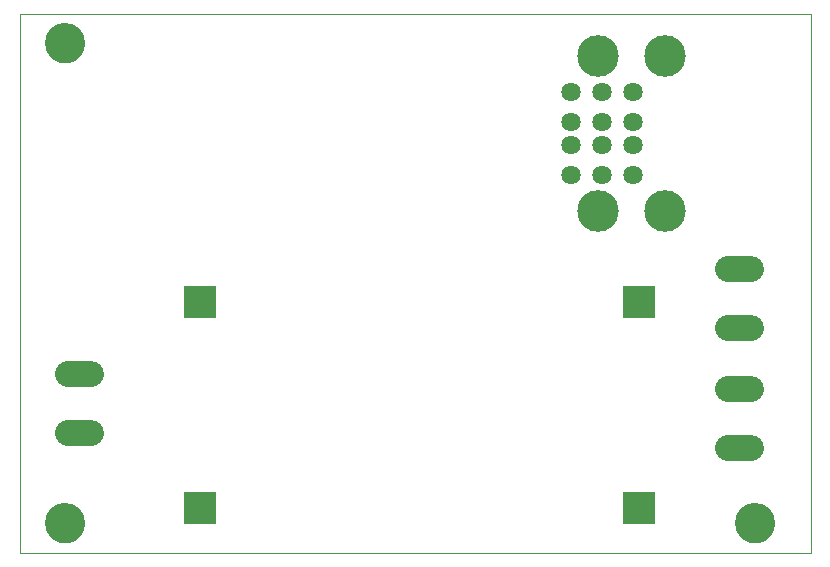
<source format=gts>
G75*
%MOIN*%
%OFA0B0*%
%FSLAX25Y25*%
%IPPOS*%
%LPD*%
%AMOC8*
5,1,8,0,0,1.08239X$1,22.5*
%
%ADD10C,0.00000*%
%ADD11C,0.13398*%
%ADD12R,0.10800X0.10800*%
%ADD13C,0.08600*%
%ADD14C,0.13855*%
%ADD15C,0.06422*%
D10*
X0005833Y0002600D02*
X0005833Y0182561D01*
X0269534Y0182561D01*
X0269534Y0002600D01*
X0005833Y0002600D01*
X0014534Y0012600D02*
X0014536Y0012758D01*
X0014542Y0012916D01*
X0014552Y0013074D01*
X0014566Y0013232D01*
X0014584Y0013389D01*
X0014605Y0013546D01*
X0014631Y0013702D01*
X0014661Y0013858D01*
X0014694Y0014013D01*
X0014732Y0014166D01*
X0014773Y0014319D01*
X0014818Y0014471D01*
X0014867Y0014622D01*
X0014920Y0014771D01*
X0014976Y0014919D01*
X0015036Y0015065D01*
X0015100Y0015210D01*
X0015168Y0015353D01*
X0015239Y0015495D01*
X0015313Y0015635D01*
X0015391Y0015772D01*
X0015473Y0015908D01*
X0015557Y0016042D01*
X0015646Y0016173D01*
X0015737Y0016302D01*
X0015832Y0016429D01*
X0015929Y0016554D01*
X0016030Y0016676D01*
X0016134Y0016795D01*
X0016241Y0016912D01*
X0016351Y0017026D01*
X0016464Y0017137D01*
X0016579Y0017246D01*
X0016697Y0017351D01*
X0016818Y0017453D01*
X0016941Y0017553D01*
X0017067Y0017649D01*
X0017195Y0017742D01*
X0017325Y0017832D01*
X0017458Y0017918D01*
X0017593Y0018002D01*
X0017729Y0018081D01*
X0017868Y0018158D01*
X0018009Y0018230D01*
X0018151Y0018300D01*
X0018295Y0018365D01*
X0018441Y0018427D01*
X0018588Y0018485D01*
X0018737Y0018540D01*
X0018887Y0018591D01*
X0019038Y0018638D01*
X0019190Y0018681D01*
X0019343Y0018720D01*
X0019498Y0018756D01*
X0019653Y0018787D01*
X0019809Y0018815D01*
X0019965Y0018839D01*
X0020122Y0018859D01*
X0020280Y0018875D01*
X0020437Y0018887D01*
X0020596Y0018895D01*
X0020754Y0018899D01*
X0020912Y0018899D01*
X0021070Y0018895D01*
X0021229Y0018887D01*
X0021386Y0018875D01*
X0021544Y0018859D01*
X0021701Y0018839D01*
X0021857Y0018815D01*
X0022013Y0018787D01*
X0022168Y0018756D01*
X0022323Y0018720D01*
X0022476Y0018681D01*
X0022628Y0018638D01*
X0022779Y0018591D01*
X0022929Y0018540D01*
X0023078Y0018485D01*
X0023225Y0018427D01*
X0023371Y0018365D01*
X0023515Y0018300D01*
X0023657Y0018230D01*
X0023798Y0018158D01*
X0023937Y0018081D01*
X0024073Y0018002D01*
X0024208Y0017918D01*
X0024341Y0017832D01*
X0024471Y0017742D01*
X0024599Y0017649D01*
X0024725Y0017553D01*
X0024848Y0017453D01*
X0024969Y0017351D01*
X0025087Y0017246D01*
X0025202Y0017137D01*
X0025315Y0017026D01*
X0025425Y0016912D01*
X0025532Y0016795D01*
X0025636Y0016676D01*
X0025737Y0016554D01*
X0025834Y0016429D01*
X0025929Y0016302D01*
X0026020Y0016173D01*
X0026109Y0016042D01*
X0026193Y0015908D01*
X0026275Y0015772D01*
X0026353Y0015635D01*
X0026427Y0015495D01*
X0026498Y0015353D01*
X0026566Y0015210D01*
X0026630Y0015065D01*
X0026690Y0014919D01*
X0026746Y0014771D01*
X0026799Y0014622D01*
X0026848Y0014471D01*
X0026893Y0014319D01*
X0026934Y0014166D01*
X0026972Y0014013D01*
X0027005Y0013858D01*
X0027035Y0013702D01*
X0027061Y0013546D01*
X0027082Y0013389D01*
X0027100Y0013232D01*
X0027114Y0013074D01*
X0027124Y0012916D01*
X0027130Y0012758D01*
X0027132Y0012600D01*
X0027130Y0012442D01*
X0027124Y0012284D01*
X0027114Y0012126D01*
X0027100Y0011968D01*
X0027082Y0011811D01*
X0027061Y0011654D01*
X0027035Y0011498D01*
X0027005Y0011342D01*
X0026972Y0011187D01*
X0026934Y0011034D01*
X0026893Y0010881D01*
X0026848Y0010729D01*
X0026799Y0010578D01*
X0026746Y0010429D01*
X0026690Y0010281D01*
X0026630Y0010135D01*
X0026566Y0009990D01*
X0026498Y0009847D01*
X0026427Y0009705D01*
X0026353Y0009565D01*
X0026275Y0009428D01*
X0026193Y0009292D01*
X0026109Y0009158D01*
X0026020Y0009027D01*
X0025929Y0008898D01*
X0025834Y0008771D01*
X0025737Y0008646D01*
X0025636Y0008524D01*
X0025532Y0008405D01*
X0025425Y0008288D01*
X0025315Y0008174D01*
X0025202Y0008063D01*
X0025087Y0007954D01*
X0024969Y0007849D01*
X0024848Y0007747D01*
X0024725Y0007647D01*
X0024599Y0007551D01*
X0024471Y0007458D01*
X0024341Y0007368D01*
X0024208Y0007282D01*
X0024073Y0007198D01*
X0023937Y0007119D01*
X0023798Y0007042D01*
X0023657Y0006970D01*
X0023515Y0006900D01*
X0023371Y0006835D01*
X0023225Y0006773D01*
X0023078Y0006715D01*
X0022929Y0006660D01*
X0022779Y0006609D01*
X0022628Y0006562D01*
X0022476Y0006519D01*
X0022323Y0006480D01*
X0022168Y0006444D01*
X0022013Y0006413D01*
X0021857Y0006385D01*
X0021701Y0006361D01*
X0021544Y0006341D01*
X0021386Y0006325D01*
X0021229Y0006313D01*
X0021070Y0006305D01*
X0020912Y0006301D01*
X0020754Y0006301D01*
X0020596Y0006305D01*
X0020437Y0006313D01*
X0020280Y0006325D01*
X0020122Y0006341D01*
X0019965Y0006361D01*
X0019809Y0006385D01*
X0019653Y0006413D01*
X0019498Y0006444D01*
X0019343Y0006480D01*
X0019190Y0006519D01*
X0019038Y0006562D01*
X0018887Y0006609D01*
X0018737Y0006660D01*
X0018588Y0006715D01*
X0018441Y0006773D01*
X0018295Y0006835D01*
X0018151Y0006900D01*
X0018009Y0006970D01*
X0017868Y0007042D01*
X0017729Y0007119D01*
X0017593Y0007198D01*
X0017458Y0007282D01*
X0017325Y0007368D01*
X0017195Y0007458D01*
X0017067Y0007551D01*
X0016941Y0007647D01*
X0016818Y0007747D01*
X0016697Y0007849D01*
X0016579Y0007954D01*
X0016464Y0008063D01*
X0016351Y0008174D01*
X0016241Y0008288D01*
X0016134Y0008405D01*
X0016030Y0008524D01*
X0015929Y0008646D01*
X0015832Y0008771D01*
X0015737Y0008898D01*
X0015646Y0009027D01*
X0015557Y0009158D01*
X0015473Y0009292D01*
X0015391Y0009428D01*
X0015313Y0009565D01*
X0015239Y0009705D01*
X0015168Y0009847D01*
X0015100Y0009990D01*
X0015036Y0010135D01*
X0014976Y0010281D01*
X0014920Y0010429D01*
X0014867Y0010578D01*
X0014818Y0010729D01*
X0014773Y0010881D01*
X0014732Y0011034D01*
X0014694Y0011187D01*
X0014661Y0011342D01*
X0014631Y0011498D01*
X0014605Y0011654D01*
X0014584Y0011811D01*
X0014566Y0011968D01*
X0014552Y0012126D01*
X0014542Y0012284D01*
X0014536Y0012442D01*
X0014534Y0012600D01*
X0244534Y0012600D02*
X0244536Y0012758D01*
X0244542Y0012916D01*
X0244552Y0013074D01*
X0244566Y0013232D01*
X0244584Y0013389D01*
X0244605Y0013546D01*
X0244631Y0013702D01*
X0244661Y0013858D01*
X0244694Y0014013D01*
X0244732Y0014166D01*
X0244773Y0014319D01*
X0244818Y0014471D01*
X0244867Y0014622D01*
X0244920Y0014771D01*
X0244976Y0014919D01*
X0245036Y0015065D01*
X0245100Y0015210D01*
X0245168Y0015353D01*
X0245239Y0015495D01*
X0245313Y0015635D01*
X0245391Y0015772D01*
X0245473Y0015908D01*
X0245557Y0016042D01*
X0245646Y0016173D01*
X0245737Y0016302D01*
X0245832Y0016429D01*
X0245929Y0016554D01*
X0246030Y0016676D01*
X0246134Y0016795D01*
X0246241Y0016912D01*
X0246351Y0017026D01*
X0246464Y0017137D01*
X0246579Y0017246D01*
X0246697Y0017351D01*
X0246818Y0017453D01*
X0246941Y0017553D01*
X0247067Y0017649D01*
X0247195Y0017742D01*
X0247325Y0017832D01*
X0247458Y0017918D01*
X0247593Y0018002D01*
X0247729Y0018081D01*
X0247868Y0018158D01*
X0248009Y0018230D01*
X0248151Y0018300D01*
X0248295Y0018365D01*
X0248441Y0018427D01*
X0248588Y0018485D01*
X0248737Y0018540D01*
X0248887Y0018591D01*
X0249038Y0018638D01*
X0249190Y0018681D01*
X0249343Y0018720D01*
X0249498Y0018756D01*
X0249653Y0018787D01*
X0249809Y0018815D01*
X0249965Y0018839D01*
X0250122Y0018859D01*
X0250280Y0018875D01*
X0250437Y0018887D01*
X0250596Y0018895D01*
X0250754Y0018899D01*
X0250912Y0018899D01*
X0251070Y0018895D01*
X0251229Y0018887D01*
X0251386Y0018875D01*
X0251544Y0018859D01*
X0251701Y0018839D01*
X0251857Y0018815D01*
X0252013Y0018787D01*
X0252168Y0018756D01*
X0252323Y0018720D01*
X0252476Y0018681D01*
X0252628Y0018638D01*
X0252779Y0018591D01*
X0252929Y0018540D01*
X0253078Y0018485D01*
X0253225Y0018427D01*
X0253371Y0018365D01*
X0253515Y0018300D01*
X0253657Y0018230D01*
X0253798Y0018158D01*
X0253937Y0018081D01*
X0254073Y0018002D01*
X0254208Y0017918D01*
X0254341Y0017832D01*
X0254471Y0017742D01*
X0254599Y0017649D01*
X0254725Y0017553D01*
X0254848Y0017453D01*
X0254969Y0017351D01*
X0255087Y0017246D01*
X0255202Y0017137D01*
X0255315Y0017026D01*
X0255425Y0016912D01*
X0255532Y0016795D01*
X0255636Y0016676D01*
X0255737Y0016554D01*
X0255834Y0016429D01*
X0255929Y0016302D01*
X0256020Y0016173D01*
X0256109Y0016042D01*
X0256193Y0015908D01*
X0256275Y0015772D01*
X0256353Y0015635D01*
X0256427Y0015495D01*
X0256498Y0015353D01*
X0256566Y0015210D01*
X0256630Y0015065D01*
X0256690Y0014919D01*
X0256746Y0014771D01*
X0256799Y0014622D01*
X0256848Y0014471D01*
X0256893Y0014319D01*
X0256934Y0014166D01*
X0256972Y0014013D01*
X0257005Y0013858D01*
X0257035Y0013702D01*
X0257061Y0013546D01*
X0257082Y0013389D01*
X0257100Y0013232D01*
X0257114Y0013074D01*
X0257124Y0012916D01*
X0257130Y0012758D01*
X0257132Y0012600D01*
X0257130Y0012442D01*
X0257124Y0012284D01*
X0257114Y0012126D01*
X0257100Y0011968D01*
X0257082Y0011811D01*
X0257061Y0011654D01*
X0257035Y0011498D01*
X0257005Y0011342D01*
X0256972Y0011187D01*
X0256934Y0011034D01*
X0256893Y0010881D01*
X0256848Y0010729D01*
X0256799Y0010578D01*
X0256746Y0010429D01*
X0256690Y0010281D01*
X0256630Y0010135D01*
X0256566Y0009990D01*
X0256498Y0009847D01*
X0256427Y0009705D01*
X0256353Y0009565D01*
X0256275Y0009428D01*
X0256193Y0009292D01*
X0256109Y0009158D01*
X0256020Y0009027D01*
X0255929Y0008898D01*
X0255834Y0008771D01*
X0255737Y0008646D01*
X0255636Y0008524D01*
X0255532Y0008405D01*
X0255425Y0008288D01*
X0255315Y0008174D01*
X0255202Y0008063D01*
X0255087Y0007954D01*
X0254969Y0007849D01*
X0254848Y0007747D01*
X0254725Y0007647D01*
X0254599Y0007551D01*
X0254471Y0007458D01*
X0254341Y0007368D01*
X0254208Y0007282D01*
X0254073Y0007198D01*
X0253937Y0007119D01*
X0253798Y0007042D01*
X0253657Y0006970D01*
X0253515Y0006900D01*
X0253371Y0006835D01*
X0253225Y0006773D01*
X0253078Y0006715D01*
X0252929Y0006660D01*
X0252779Y0006609D01*
X0252628Y0006562D01*
X0252476Y0006519D01*
X0252323Y0006480D01*
X0252168Y0006444D01*
X0252013Y0006413D01*
X0251857Y0006385D01*
X0251701Y0006361D01*
X0251544Y0006341D01*
X0251386Y0006325D01*
X0251229Y0006313D01*
X0251070Y0006305D01*
X0250912Y0006301D01*
X0250754Y0006301D01*
X0250596Y0006305D01*
X0250437Y0006313D01*
X0250280Y0006325D01*
X0250122Y0006341D01*
X0249965Y0006361D01*
X0249809Y0006385D01*
X0249653Y0006413D01*
X0249498Y0006444D01*
X0249343Y0006480D01*
X0249190Y0006519D01*
X0249038Y0006562D01*
X0248887Y0006609D01*
X0248737Y0006660D01*
X0248588Y0006715D01*
X0248441Y0006773D01*
X0248295Y0006835D01*
X0248151Y0006900D01*
X0248009Y0006970D01*
X0247868Y0007042D01*
X0247729Y0007119D01*
X0247593Y0007198D01*
X0247458Y0007282D01*
X0247325Y0007368D01*
X0247195Y0007458D01*
X0247067Y0007551D01*
X0246941Y0007647D01*
X0246818Y0007747D01*
X0246697Y0007849D01*
X0246579Y0007954D01*
X0246464Y0008063D01*
X0246351Y0008174D01*
X0246241Y0008288D01*
X0246134Y0008405D01*
X0246030Y0008524D01*
X0245929Y0008646D01*
X0245832Y0008771D01*
X0245737Y0008898D01*
X0245646Y0009027D01*
X0245557Y0009158D01*
X0245473Y0009292D01*
X0245391Y0009428D01*
X0245313Y0009565D01*
X0245239Y0009705D01*
X0245168Y0009847D01*
X0245100Y0009990D01*
X0245036Y0010135D01*
X0244976Y0010281D01*
X0244920Y0010429D01*
X0244867Y0010578D01*
X0244818Y0010729D01*
X0244773Y0010881D01*
X0244732Y0011034D01*
X0244694Y0011187D01*
X0244661Y0011342D01*
X0244631Y0011498D01*
X0244605Y0011654D01*
X0244584Y0011811D01*
X0244566Y0011968D01*
X0244552Y0012126D01*
X0244542Y0012284D01*
X0244536Y0012442D01*
X0244534Y0012600D01*
X0014534Y0172600D02*
X0014536Y0172758D01*
X0014542Y0172916D01*
X0014552Y0173074D01*
X0014566Y0173232D01*
X0014584Y0173389D01*
X0014605Y0173546D01*
X0014631Y0173702D01*
X0014661Y0173858D01*
X0014694Y0174013D01*
X0014732Y0174166D01*
X0014773Y0174319D01*
X0014818Y0174471D01*
X0014867Y0174622D01*
X0014920Y0174771D01*
X0014976Y0174919D01*
X0015036Y0175065D01*
X0015100Y0175210D01*
X0015168Y0175353D01*
X0015239Y0175495D01*
X0015313Y0175635D01*
X0015391Y0175772D01*
X0015473Y0175908D01*
X0015557Y0176042D01*
X0015646Y0176173D01*
X0015737Y0176302D01*
X0015832Y0176429D01*
X0015929Y0176554D01*
X0016030Y0176676D01*
X0016134Y0176795D01*
X0016241Y0176912D01*
X0016351Y0177026D01*
X0016464Y0177137D01*
X0016579Y0177246D01*
X0016697Y0177351D01*
X0016818Y0177453D01*
X0016941Y0177553D01*
X0017067Y0177649D01*
X0017195Y0177742D01*
X0017325Y0177832D01*
X0017458Y0177918D01*
X0017593Y0178002D01*
X0017729Y0178081D01*
X0017868Y0178158D01*
X0018009Y0178230D01*
X0018151Y0178300D01*
X0018295Y0178365D01*
X0018441Y0178427D01*
X0018588Y0178485D01*
X0018737Y0178540D01*
X0018887Y0178591D01*
X0019038Y0178638D01*
X0019190Y0178681D01*
X0019343Y0178720D01*
X0019498Y0178756D01*
X0019653Y0178787D01*
X0019809Y0178815D01*
X0019965Y0178839D01*
X0020122Y0178859D01*
X0020280Y0178875D01*
X0020437Y0178887D01*
X0020596Y0178895D01*
X0020754Y0178899D01*
X0020912Y0178899D01*
X0021070Y0178895D01*
X0021229Y0178887D01*
X0021386Y0178875D01*
X0021544Y0178859D01*
X0021701Y0178839D01*
X0021857Y0178815D01*
X0022013Y0178787D01*
X0022168Y0178756D01*
X0022323Y0178720D01*
X0022476Y0178681D01*
X0022628Y0178638D01*
X0022779Y0178591D01*
X0022929Y0178540D01*
X0023078Y0178485D01*
X0023225Y0178427D01*
X0023371Y0178365D01*
X0023515Y0178300D01*
X0023657Y0178230D01*
X0023798Y0178158D01*
X0023937Y0178081D01*
X0024073Y0178002D01*
X0024208Y0177918D01*
X0024341Y0177832D01*
X0024471Y0177742D01*
X0024599Y0177649D01*
X0024725Y0177553D01*
X0024848Y0177453D01*
X0024969Y0177351D01*
X0025087Y0177246D01*
X0025202Y0177137D01*
X0025315Y0177026D01*
X0025425Y0176912D01*
X0025532Y0176795D01*
X0025636Y0176676D01*
X0025737Y0176554D01*
X0025834Y0176429D01*
X0025929Y0176302D01*
X0026020Y0176173D01*
X0026109Y0176042D01*
X0026193Y0175908D01*
X0026275Y0175772D01*
X0026353Y0175635D01*
X0026427Y0175495D01*
X0026498Y0175353D01*
X0026566Y0175210D01*
X0026630Y0175065D01*
X0026690Y0174919D01*
X0026746Y0174771D01*
X0026799Y0174622D01*
X0026848Y0174471D01*
X0026893Y0174319D01*
X0026934Y0174166D01*
X0026972Y0174013D01*
X0027005Y0173858D01*
X0027035Y0173702D01*
X0027061Y0173546D01*
X0027082Y0173389D01*
X0027100Y0173232D01*
X0027114Y0173074D01*
X0027124Y0172916D01*
X0027130Y0172758D01*
X0027132Y0172600D01*
X0027130Y0172442D01*
X0027124Y0172284D01*
X0027114Y0172126D01*
X0027100Y0171968D01*
X0027082Y0171811D01*
X0027061Y0171654D01*
X0027035Y0171498D01*
X0027005Y0171342D01*
X0026972Y0171187D01*
X0026934Y0171034D01*
X0026893Y0170881D01*
X0026848Y0170729D01*
X0026799Y0170578D01*
X0026746Y0170429D01*
X0026690Y0170281D01*
X0026630Y0170135D01*
X0026566Y0169990D01*
X0026498Y0169847D01*
X0026427Y0169705D01*
X0026353Y0169565D01*
X0026275Y0169428D01*
X0026193Y0169292D01*
X0026109Y0169158D01*
X0026020Y0169027D01*
X0025929Y0168898D01*
X0025834Y0168771D01*
X0025737Y0168646D01*
X0025636Y0168524D01*
X0025532Y0168405D01*
X0025425Y0168288D01*
X0025315Y0168174D01*
X0025202Y0168063D01*
X0025087Y0167954D01*
X0024969Y0167849D01*
X0024848Y0167747D01*
X0024725Y0167647D01*
X0024599Y0167551D01*
X0024471Y0167458D01*
X0024341Y0167368D01*
X0024208Y0167282D01*
X0024073Y0167198D01*
X0023937Y0167119D01*
X0023798Y0167042D01*
X0023657Y0166970D01*
X0023515Y0166900D01*
X0023371Y0166835D01*
X0023225Y0166773D01*
X0023078Y0166715D01*
X0022929Y0166660D01*
X0022779Y0166609D01*
X0022628Y0166562D01*
X0022476Y0166519D01*
X0022323Y0166480D01*
X0022168Y0166444D01*
X0022013Y0166413D01*
X0021857Y0166385D01*
X0021701Y0166361D01*
X0021544Y0166341D01*
X0021386Y0166325D01*
X0021229Y0166313D01*
X0021070Y0166305D01*
X0020912Y0166301D01*
X0020754Y0166301D01*
X0020596Y0166305D01*
X0020437Y0166313D01*
X0020280Y0166325D01*
X0020122Y0166341D01*
X0019965Y0166361D01*
X0019809Y0166385D01*
X0019653Y0166413D01*
X0019498Y0166444D01*
X0019343Y0166480D01*
X0019190Y0166519D01*
X0019038Y0166562D01*
X0018887Y0166609D01*
X0018737Y0166660D01*
X0018588Y0166715D01*
X0018441Y0166773D01*
X0018295Y0166835D01*
X0018151Y0166900D01*
X0018009Y0166970D01*
X0017868Y0167042D01*
X0017729Y0167119D01*
X0017593Y0167198D01*
X0017458Y0167282D01*
X0017325Y0167368D01*
X0017195Y0167458D01*
X0017067Y0167551D01*
X0016941Y0167647D01*
X0016818Y0167747D01*
X0016697Y0167849D01*
X0016579Y0167954D01*
X0016464Y0168063D01*
X0016351Y0168174D01*
X0016241Y0168288D01*
X0016134Y0168405D01*
X0016030Y0168524D01*
X0015929Y0168646D01*
X0015832Y0168771D01*
X0015737Y0168898D01*
X0015646Y0169027D01*
X0015557Y0169158D01*
X0015473Y0169292D01*
X0015391Y0169428D01*
X0015313Y0169565D01*
X0015239Y0169705D01*
X0015168Y0169847D01*
X0015100Y0169990D01*
X0015036Y0170135D01*
X0014976Y0170281D01*
X0014920Y0170429D01*
X0014867Y0170578D01*
X0014818Y0170729D01*
X0014773Y0170881D01*
X0014732Y0171034D01*
X0014694Y0171187D01*
X0014661Y0171342D01*
X0014631Y0171498D01*
X0014605Y0171654D01*
X0014584Y0171811D01*
X0014566Y0171968D01*
X0014552Y0172126D01*
X0014542Y0172284D01*
X0014536Y0172442D01*
X0014534Y0172600D01*
D11*
X0020833Y0172600D03*
X0020833Y0012600D03*
X0250833Y0012600D03*
D12*
X0212083Y0017600D03*
X0212083Y0086350D03*
X0065833Y0086350D03*
X0065833Y0017600D03*
D13*
X0029733Y0042700D02*
X0021933Y0042700D01*
X0021933Y0062500D02*
X0029733Y0062500D01*
X0241933Y0057500D02*
X0249733Y0057500D01*
X0249733Y0077700D02*
X0241933Y0077700D01*
X0241933Y0097500D02*
X0249733Y0097500D01*
X0249733Y0037700D02*
X0241933Y0037700D01*
D14*
X0220833Y0116734D03*
X0198471Y0116734D03*
X0198471Y0168466D03*
X0220833Y0168466D03*
D15*
X0210164Y0156380D03*
X0199849Y0156380D03*
X0189534Y0156380D03*
X0189534Y0146537D03*
X0199849Y0146537D03*
X0210164Y0146537D03*
X0210164Y0138663D03*
X0199849Y0138663D03*
X0189534Y0138663D03*
X0189534Y0128820D03*
X0199849Y0128820D03*
X0210164Y0128820D03*
M02*

</source>
